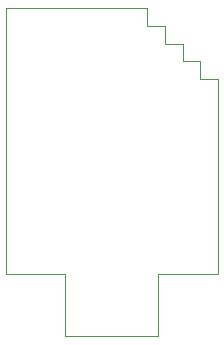
<source format=gbr>
%TF.GenerationSoftware,KiCad,Pcbnew,8.0.6*%
%TF.CreationDate,2024-11-11T17:29:19+03:00*%
%TF.ProjectId,broken-file badge,62726f6b-656e-42d6-9669-6c6520626164,rev?*%
%TF.SameCoordinates,Original*%
%TF.FileFunction,Profile,NP*%
%FSLAX46Y46*%
G04 Gerber Fmt 4.6, Leading zero omitted, Abs format (unit mm)*
G04 Created by KiCad (PCBNEW 8.0.6) date 2024-11-11 17:29:19*
%MOMM*%
%LPD*%
G01*
G04 APERTURE LIST*
%TA.AperFunction,Profile*%
%ADD10C,0.050000*%
%TD*%
G04 APERTURE END LIST*
D10*
X49870000Y-32110000D02*
X37870000Y-32110000D01*
X52880000Y-36590000D02*
X52880000Y-35110000D01*
X55880000Y-38110000D02*
X54350000Y-38110000D01*
X52880000Y-35110000D02*
X51350000Y-35110000D01*
X49870000Y-33630000D02*
X49870000Y-32110000D01*
X51350000Y-35110000D02*
X51350000Y-33630000D01*
X54350000Y-38110000D02*
X54350000Y-36590000D01*
X54350000Y-36590000D02*
X52880000Y-36590000D01*
X37870000Y-32110000D02*
X37870000Y-54590000D01*
X42890000Y-54590000D02*
X42890000Y-59910000D01*
X42890000Y-59910000D02*
X50740000Y-59910000D01*
X37870000Y-54590000D02*
X42890000Y-54590000D01*
X50740000Y-54590000D02*
X55870000Y-54590000D01*
X55870000Y-54590000D02*
X55880000Y-38110000D01*
X50740000Y-59910000D02*
X50740000Y-54590000D01*
X51350000Y-33630000D02*
X49870000Y-33630000D01*
M02*

</source>
